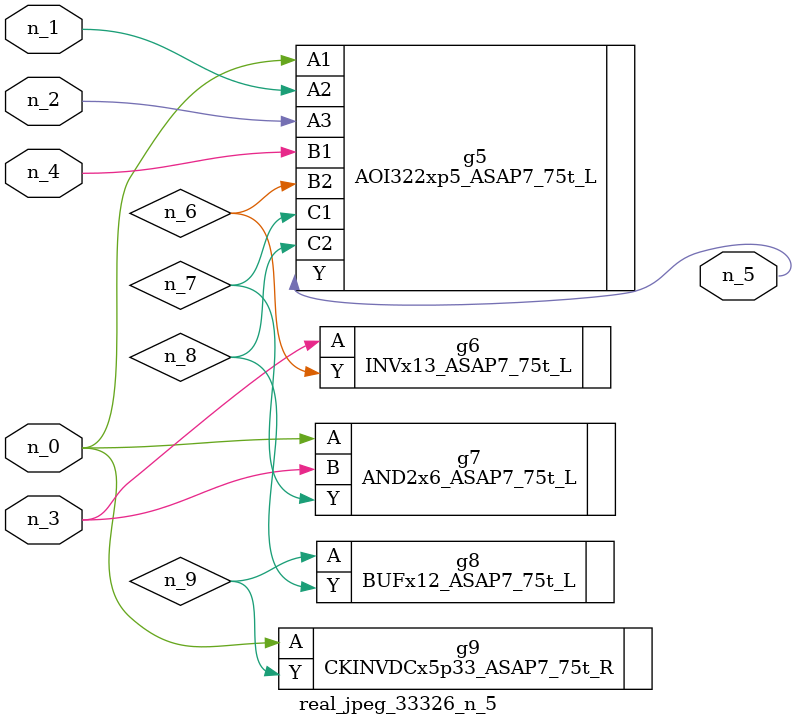
<source format=v>
module real_jpeg_33326_n_5 (n_4, n_0, n_1, n_2, n_3, n_5);

input n_4;
input n_0;
input n_1;
input n_2;
input n_3;

output n_5;

wire n_8;
wire n_6;
wire n_7;
wire n_9;

AOI322xp5_ASAP7_75t_L g5 ( 
.A1(n_0),
.A2(n_1),
.A3(n_2),
.B1(n_4),
.B2(n_6),
.C1(n_7),
.C2(n_8),
.Y(n_5)
);

AND2x6_ASAP7_75t_L g7 ( 
.A(n_0),
.B(n_3),
.Y(n_7)
);

CKINVDCx5p33_ASAP7_75t_R g9 ( 
.A(n_0),
.Y(n_9)
);

INVx13_ASAP7_75t_L g6 ( 
.A(n_3),
.Y(n_6)
);

BUFx12_ASAP7_75t_L g8 ( 
.A(n_9),
.Y(n_8)
);


endmodule
</source>
